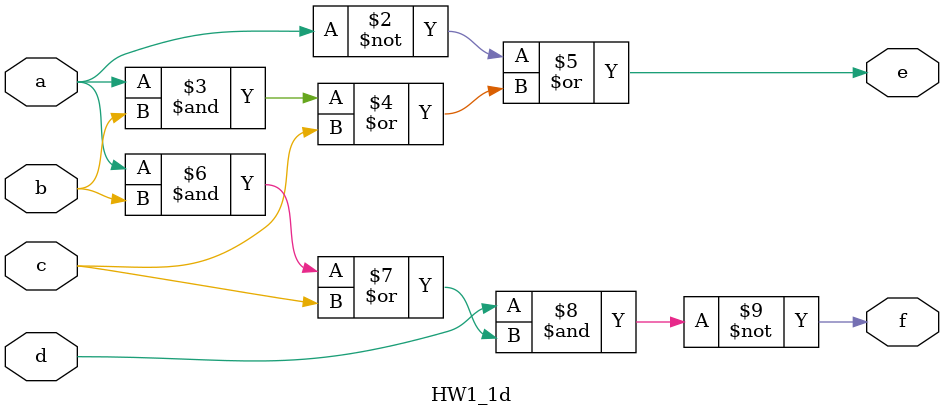
<source format=v>
`timescale 1ns / 1ps

module HW1_1d(e, f, a, b, c, d);
    input a, b, c, d;					//define inputs
    output e, f;						//define outputs
    reg e, f;							//make output reg to be assigned in always block
    
    always@(a or b or c or d)			//sensitive to change of inputs
    begin
        e = ~a | ((a & b) | c);			//assign output e. Not A or Z
        f = ~(d & ((a & b) | c));		//assign output f. D nand z
    end    

endmodule


</source>
